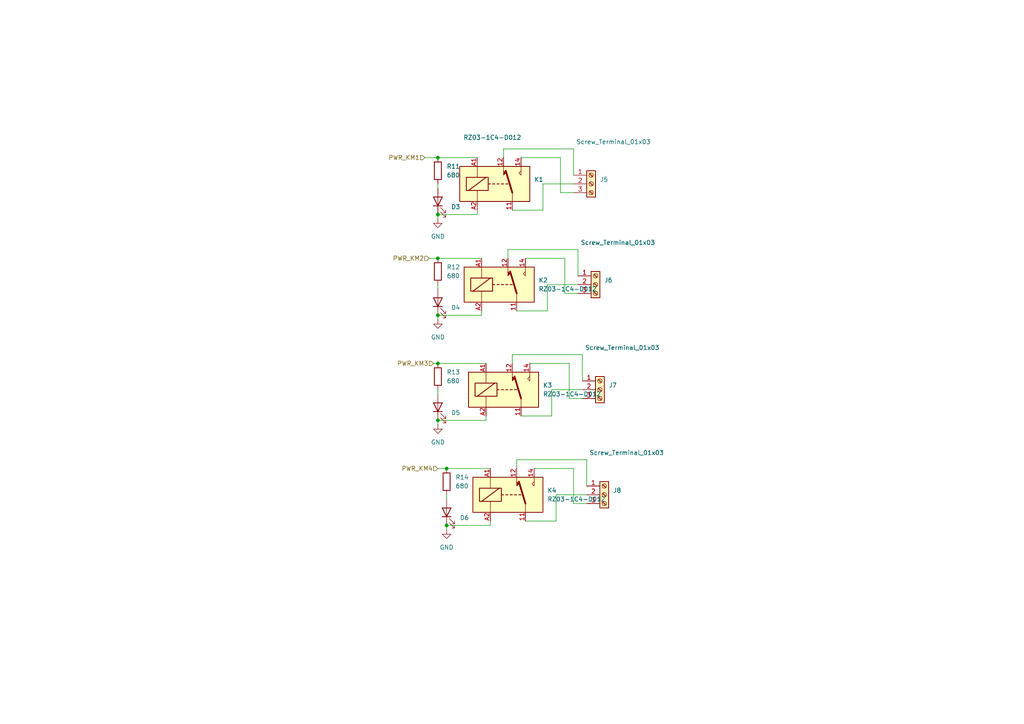
<source format=kicad_sch>
(kicad_sch (version 20250114) (generator "eeschema") (generator_version "9.0")
  (paper "A4")
  (lib_symbols
    (symbol "Connector:Screw_Terminal_01x03" (pin_names (offset 1.016) (hide yes))
      (property "Reference" "J" (at 0 5.08 0))
      (property "Value" "Screw_Terminal_01x03" (at 0 -5.08 0))
      (symbol "Screw_Terminal_01x03_1_1"
        (rectangle (start -1.27 3.81) (end 1.27 -3.81) (stroke (width 0.254)) (fill (type background)))
        (polyline (pts (xy -0.5334 2.8702) (xy 0.3302 2.032)) (stroke (width 0.1524)))
        (polyline (pts (xy -0.5334 0.3302) (xy 0.3302 -0.508)) (stroke (width 0.1524)))
        (polyline (pts (xy -0.5334 -2.2098) (xy 0.3302 -3.048)) (stroke (width 0.1524)))
        (polyline (pts (xy -0.3556 3.048) (xy 0.508 2.2098)) (stroke (width 0.1524)))
        (polyline (pts (xy -0.3556 0.508) (xy 0.508 -0.3302)) (stroke (width 0.1524)))
        (polyline (pts (xy -0.3556 -2.032) (xy 0.508 -2.8702)) (stroke (width 0.1524)))
        (circle (center 0 2.54) (radius 0.635) (stroke (width 0.1524)))
        (circle (center 0 0) (radius 0.635) (stroke (width 0.1524)))
        (circle (center 0 -2.54) (radius 0.635) (stroke (width 0.1524)))
        (pin passive line (at -5.08 2.54 0) (length 3.81) (name "Pin_1") (number "1"))
        (pin passive line (at -5.08 0 0) (length 3.81) (name "Pin_2") (number "2"))
        (pin passive line (at -5.08 -2.54 0) (length 3.81) (name "Pin_3") (number "3"))
      )
    )
    (symbol "Device:LED" (pin_numbers (hide yes)) (pin_names (offset 1.016) (hide yes))
      (property "Reference" "D" (at 0 2.54 0))
      (property "Value" "LED" (at 0 -2.54 0))
      (symbol "LED_0_1"
        (polyline (pts (xy -3.048 -0.762) (xy -4.572 -2.286) (xy -3.81 -2.286) (xy -4.572 -2.286) (xy -4.572 -1.524)))
        (polyline (pts (xy -1.778 -0.762) (xy -3.302 -2.286) (xy -2.54 -2.286) (xy -3.302 -2.286) (xy -3.302 -1.524)))
        (polyline (pts (xy -1.27 0) (xy 1.27 0)))
        (polyline (pts (xy -1.27 -1.27) (xy -1.27 1.27)) (stroke (width 0.254)))
        (polyline (pts (xy 1.27 -1.27) (xy 1.27 1.27) (xy -1.27 0) (xy 1.27 -1.27)) (stroke (width 0.254)))
      )
      (symbol "LED_1_1"
        (pin passive line (at -3.81 0 0) (length 2.54) (name "K") (number "1"))
        (pin passive line (at 3.81 0 180) (length 2.54) (name "A") (number "2"))
      )
    )
    (symbol "Device:R" (pin_numbers (hide yes)) (pin_names (offset 0))
      (property "Reference" "R" (at 2.032 0 90))
      (property "Value" "R" (at 0 0 90))
      (symbol "R_0_1"
        (rectangle (start -1.016 -2.54) (end 1.016 2.54) (stroke (width 0.254)))
      )
      (symbol "R_1_1"
        (pin passive line (at 0 3.81 270) (length 1.27) (name "~") (number "1"))
        (pin passive line (at 0 -3.81 90) (length 1.27) (name "~") (number "2"))
      )
    )
    (symbol "Relay:RT314A12"
      (property "Reference" "K" (at 11.43 3.81 0))
      (property "Value" "RT314A12" (at 11.43 1.27 0))
      (symbol "RT314A12_0_0"
        (polyline (pts (xy -2.54 1.905) (xy -7.62 -1.905)) (stroke (width 0.254)))
      )
      (symbol "RT314A12_0_1"
        (rectangle (start -10.16 5.08) (end 10.16 -5.08) (stroke (width 0.254)) (fill (type background)))
        (rectangle (start -8.255 1.905) (end -1.905 -1.905) (stroke (width 0.254)))
        (polyline (pts (xy -5.08 5.08) (xy -5.08 1.905)))
        (polyline (pts (xy -5.08 -5.08) (xy -5.08 -1.905)))
        (polyline (pts (xy -1.905 0) (xy -1.27 0)) (stroke (width 0.254)))
        (polyline (pts (xy -0.635 0) (xy 0 0)) (stroke (width 0.254)))
        (polyline (pts (xy 0.635 0) (xy 1.27 0)) (stroke (width 0.254)))
        (polyline (pts (xy 1.905 0) (xy 2.54 0)) (stroke (width 0.254)))
        (polyline (pts (xy 2.54 5.08) (xy 2.54 2.54) (xy 3.175 3.175) (xy 2.54 3.81)) (fill (type outline)))
        (polyline (pts (xy 3.175 0) (xy 3.81 0)) (stroke (width 0.254)))
        (polyline (pts (xy 5.08 -2.54) (xy 3.175 3.81)) (stroke (width 0.508)))
        (polyline (pts (xy 5.08 -2.54) (xy 5.08 -5.08)))
        (polyline (pts (xy 7.62 5.08) (xy 7.62 2.54) (xy 6.985 3.175) (xy 7.62 3.81)))
      )
      (symbol "RT314A12_1_1"
        (pin passive line (at -5.08 7.62 270) (length 2.54) (name "~") (number "A1"))
        (pin passive line (at -5.08 -7.62 90) (length 2.54) (name "~") (number "A2"))
        (pin passive line (at 2.54 7.62 270) (length 2.54) (name "~") (number "12"))
        (pin passive line (at 5.08 -7.62 90) (length 2.54) (name "~") (number "11"))
        (pin passive line (at 7.62 7.62 270) (length 2.54) (name "~") (number "14"))
      )
    )
    (symbol "power:GND" (power) (pin_numbers (hide yes)) (pin_names (offset 0) (hide yes))
      (property "Value" "GND" (at 0 -3.81 0))
      (symbol "GND_0_1"
        (polyline (pts (xy 0 0) (xy 0 -1.27) (xy 1.27 -1.27) (xy 0 -2.54) (xy -1.27 -1.27) (xy 0 -1.27)))
      )
      (symbol "GND_1_1"
        (pin power_in line (at 0 0 270) (length 0) (name "~") (number "1"))
      )
    )
  )
  (junction (at 129.54 152.4))
  (junction (at 127 74.93))
  (junction (at 129.54 135.89))
  (junction (at 127 62.23))
  (junction (at 127 121.92))
  (junction (at 127 91.44))
  (junction (at 127 45.72))
  (junction (at 127 105.41))
  (wire (pts (xy 142.24 152.4) (xy 142.24 151.13)))
  (wire (pts (xy 162.56 45.72) (xy 162.56 55.88)))
  (wire (pts (xy 166.37 53.34) (xy 157.48 53.34)))
  (wire (pts (xy 148.59 105.41) (xy 148.59 102.87)))
  (wire (pts (xy 161.29 143.51) (xy 161.29 151.13)))
  (wire (pts (xy 165.1 115.57) (xy 168.91 115.57)))
  (wire (pts (xy 127 105.41) (xy 140.97 105.41)))
  (wire (pts (xy 127 121.92) (xy 127 123.19)))
  (wire (pts (xy 146.05 45.72) (xy 146.05 43.18)))
  (wire (pts (xy 147.32 72.39) (xy 167.64 72.39)))
  (wire (pts (xy 148.59 102.87) (xy 168.91 102.87)))
  (wire (pts (xy 165.1 105.41) (xy 165.1 115.57)))
  (wire (pts (xy 127 83.82) (xy 127 82.55)))
  (wire (pts (xy 153.67 105.41) (xy 165.1 105.41)))
  (wire (pts (xy 127 91.44) (xy 127 92.71)))
  (wire (pts (xy 140.97 121.92) (xy 140.97 120.65)))
  (wire (pts (xy 129.54 152.4) (xy 142.24 152.4)))
  (wire (pts (xy 149.86 135.89) (xy 149.86 133.35)))
  (wire (pts (xy 152.4 74.93) (xy 163.83 74.93)))
  (wire (pts (xy 147.32 74.93) (xy 147.32 72.39)))
  (wire (pts (xy 125.73 105.41) (xy 127 105.41)))
  (wire (pts (xy 163.83 85.09) (xy 167.64 85.09)))
  (wire (pts (xy 129.54 135.89) (xy 142.24 135.89)))
  (wire (pts (xy 168.91 113.03) (xy 160.02 113.03)))
  (wire (pts (xy 162.56 55.88) (xy 166.37 55.88)))
  (wire (pts (xy 127 121.92) (xy 140.97 121.92)))
  (wire (pts (xy 170.18 133.35) (xy 170.18 140.97)))
  (wire (pts (xy 166.37 135.89) (xy 166.37 146.05)))
  (wire (pts (xy 158.75 82.55) (xy 158.75 90.17)))
  (wire (pts (xy 168.91 102.87) (xy 168.91 110.49)))
  (wire (pts (xy 158.75 90.17) (xy 149.86 90.17)))
  (wire (pts (xy 127 45.72) (xy 138.43 45.72)))
  (wire (pts (xy 160.02 113.03) (xy 160.02 120.65)))
  (wire (pts (xy 127 62.23) (xy 127 63.5)))
  (wire (pts (xy 167.64 82.55) (xy 158.75 82.55)))
  (wire (pts (xy 127 135.89) (xy 129.54 135.89)))
  (wire (pts (xy 160.02 120.65) (xy 151.13 120.65)))
  (wire (pts (xy 151.13 45.72) (xy 162.56 45.72)))
  (wire (pts (xy 129.54 152.4) (xy 129.54 153.67)))
  (wire (pts (xy 170.18 143.51) (xy 161.29 143.51)))
  (wire (pts (xy 138.43 62.23) (xy 138.43 60.96)))
  (wire (pts (xy 163.83 74.93) (xy 163.83 85.09)))
  (wire (pts (xy 123.19 45.72) (xy 127 45.72)))
  (wire (pts (xy 166.37 43.18) (xy 166.37 50.8)))
  (wire (pts (xy 127 54.61) (xy 127 53.34)))
  (wire (pts (xy 127 114.3) (xy 127 113.03)))
  (wire (pts (xy 166.37 146.05) (xy 170.18 146.05)))
  (wire (pts (xy 157.48 60.96) (xy 148.59 60.96)))
  (wire (pts (xy 149.86 133.35) (xy 170.18 133.35)))
  (wire (pts (xy 139.7 91.44) (xy 139.7 90.17)))
  (wire (pts (xy 127 62.23) (xy 138.43 62.23)))
  (wire (pts (xy 154.94 135.89) (xy 166.37 135.89)))
  (wire (pts (xy 127 91.44) (xy 139.7 91.44)))
  (wire (pts (xy 167.64 72.39) (xy 167.64 80.01)))
  (wire (pts (xy 127 74.93) (xy 139.7 74.93)))
  (wire (pts (xy 157.48 53.34) (xy 157.48 60.96)))
  (wire (pts (xy 146.05 43.18) (xy 166.37 43.18)))
  (wire (pts (xy 161.29 151.13) (xy 152.4 151.13)))
  (wire (pts (xy 124.46 74.93) (xy 127 74.93)))
  (wire (pts (xy 129.54 144.78) (xy 129.54 143.51)))
  (hierarchical_label "PWR_KM2" (shape input) (at 124.46 74.93 180))
  (hierarchical_label "PWR_KM1" (shape input) (at 123.19 45.72 180))
  (hierarchical_label "PWR_KM4" (shape input) (at 127 135.89 180))
  (hierarchical_label "PWR_KM3" (shape input) (at 125.73 105.41 180))
  (symbol (lib_id "Device:R") (at 129.54 139.7 0) (unit 1)
    (property "Reference" "R14" (at 132.08 138.4299 0) (effects (justify left)))
    (property "Value" "680" (at 132.08 140.9699 0) (effects (justify left)))
    (property "Footprint" "Resistor_SMD:R_0402_1005Metric" (effects (hide yes)))
    (property "Description" "Resistor" (effects (hide yes)))
  )
  (symbol (lib_id "Device:LED") (at 129.54 148.59 90) (unit 1)
    (property "Reference" "D6" (at 133.35 150.1774 90) (effects (justify right)))
    (property "Value" "LED LTST-C193TGKT-5A" (effects (hide yes)))
    (property "Footprint" "LED_SMD:LED_0603_1608Metric" (effects (hide yes)))
    (property "Description" "Light emitting diode" (effects (hide yes)))
    (property "Sim.Pins" "1=K 2=A" (effects (hide yes)))
  )
  (symbol (lib_id "Relay:RT314A12") (at 144.78 82.55 0) (unit 1)
    (property "Reference" "K2" (at 156.21 81.2799 0) (effects (justify left)))
    (property "Value" "RZ03-1C4-D012" (at 156.21 83.8199 0) (effects (justify left)))
    (property "Footprint" "Relay_THT:Relay_SPDT_Schrack-RT1-16A-FormC_RM5mm" (effects (hide yes)))
    (property "Datasheet" "https://www.tme.eu/Document/33946480a58e015e31a007188c0d0098/RZ_SERIES.PDF" (effects (hide yes)))
    (property "Description" "Schrack RT1 relay, bistable single pole dual throw, single DC coil, 12V" (effects (hide yes)))
  )
  (symbol (lib_id "Device:LED") (at 127 58.42 90) (unit 1)
    (property "Reference" "D3" (at 130.81 60.0074 90) (effects (justify right)))
    (property "Value" "LED LTST-C193TGKT-5A" (effects (hide yes)))
    (property "Footprint" "LED_SMD:LED_0603_1608Metric" (effects (hide yes)))
    (property "Description" "Light emitting diode" (effects (hide yes)))
    (property "Sim.Pins" "1=K 2=A" (effects (hide yes)))
  )
  (symbol (lib_id "power:GND") (at 127 123.19 0) (unit 1)
    (property "Reference" "#PWR033" (effects (hide yes)))
    (property "Value" "GND" (at 127 128.27 0))
    (property "Description" "Power symbol creates a global label with name \"GND\" , ground" (effects (hide yes)))
  )
  (symbol (lib_id "Device:LED") (at 127 118.11 90) (unit 1)
    (property "Reference" "D5" (at 130.81 119.6974 90) (effects (justify right)))
    (property "Value" "LED LTST-C193TGKT-5A" (effects (hide yes)))
    (property "Footprint" "LED_SMD:LED_0603_1608Metric" (effects (hide yes)))
    (property "Description" "Light emitting diode" (effects (hide yes)))
    (property "Sim.Pins" "1=K 2=A" (effects (hide yes)))
  )
  (symbol (lib_id "Device:R") (at 127 109.22 0) (unit 1)
    (property "Reference" "R13" (at 129.54 107.9499 0) (effects (justify left)))
    (property "Value" "680" (at 129.54 110.4899 0) (effects (justify left)))
    (property "Footprint" "Resistor_SMD:R_0402_1005Metric" (effects (hide yes)))
    (property "Description" "Resistor" (effects (hide yes)))
  )
  (symbol (lib_id "Device:LED") (at 127 87.63 90) (unit 1)
    (property "Reference" "D4" (at 130.81 89.2174 90) (effects (justify right)))
    (property "Value" "LED LTST-C193TGKT-5A" (effects (hide yes)))
    (property "Footprint" "LED_SMD:LED_0603_1608Metric" (effects (hide yes)))
    (property "Description" "Light emitting diode" (effects (hide yes)))
    (property "Sim.Pins" "1=K 2=A" (effects (hide yes)))
  )
  (symbol (lib_id "Relay:RT314A12") (at 147.32 143.51 0) (unit 1)
    (property "Reference" "K4" (at 158.75 142.2399 0) (effects (justify left)))
    (property "Value" "RZ03-1C4-D012" (at 158.75 144.7799 0) (effects (justify left)))
    (property "Footprint" "Relay_THT:Relay_SPDT_Schrack-RT1-16A-FormC_RM5mm" (effects (hide yes)))
    (property "Datasheet" "https://www.tme.eu/Document/33946480a58e015e31a007188c0d0098/RZ_SERIES.PDF" (effects (hide yes)))
    (property "Description" "Schrack RT1 relay, bistable single pole dual throw, single DC coil, 12V" (effects (hide yes)))
  )
  (symbol (lib_id "power:GND") (at 127 63.5 0) (unit 1)
    (property "Reference" "#PWR031" (effects (hide yes)))
    (property "Value" "GND" (at 127 68.58 0))
    (property "Description" "Power symbol creates a global label with name \"GND\" , ground" (effects (hide yes)))
  )
  (symbol (lib_id "Device:R") (at 127 49.53 0) (unit 1)
    (property "Reference" "R11" (at 129.54 48.2599 0) (effects (justify left)))
    (property "Value" "680" (at 129.54 50.7999 0) (effects (justify left)))
    (property "Footprint" "Resistor_SMD:R_0402_1005Metric" (effects (hide yes)))
    (property "Description" "Resistor" (effects (hide yes)))
  )
  (symbol (lib_id "Device:R") (at 127 78.74 0) (unit 1)
    (property "Reference" "R12" (at 129.54 77.4699 0) (effects (justify left)))
    (property "Value" "680" (at 129.54 80.0099 0) (effects (justify left)))
    (property "Footprint" "Resistor_SMD:R_0402_1005Metric" (effects (hide yes)))
    (property "Description" "Resistor" (effects (hide yes)))
  )
  (symbol (lib_id "power:GND") (at 129.54 153.67 0) (unit 1)
    (property "Reference" "#PWR034" (effects (hide yes)))
    (property "Value" "GND" (at 129.54 158.75 0))
    (property "Description" "Power symbol creates a global label with name \"GND\" , ground" (effects (hide yes)))
  )
  (symbol (lib_id "power:GND") (at 127 92.71 0) (unit 1)
    (property "Reference" "#PWR032" (effects (hide yes)))
    (property "Value" "GND" (at 127 97.79 0))
    (property "Description" "Power symbol creates a global label with name \"GND\" , ground" (effects (hide yes)))
  )
  (symbol (lib_id "Relay:RT314A12") (at 146.05 113.03 0) (unit 1)
    (property "Reference" "K3" (at 157.48 111.7599 0) (effects (justify left)))
    (property "Value" "RZ03-1C4-D012" (at 157.48 114.2999 0) (effects (justify left)))
    (property "Footprint" "Relay_THT:Relay_SPDT_Schrack-RT1-16A-FormC_RM5mm" (effects (hide yes)))
    (property "Datasheet" "https://www.tme.eu/Document/33946480a58e015e31a007188c0d0098/RZ_SERIES.PDF" (effects (hide yes)))
    (property "Description" "Schrack RT1 relay, bistable single pole dual throw, single DC coil, 12V" (effects (hide yes)))
  )
  (symbol (lib_id "Connector:Screw_Terminal_01x03") (at 175.26 143.51 0) (unit 1)
    (property "Reference" "J8" (at 177.8 142.2399 0) (effects (justify left)))
    (property "Value" "Screw_Terminal_01x03" (at 170.942 131.318 0) (effects (justify left)))
    (property "Footprint" "Connector_Phoenix_MC:PhoenixContact_MCV_1,5_3-G-3.5_1x03_P3.50mm_Vertical" (effects (hide yes)))
    (property "Description" "Generic screw terminal, single row, 01x03, script generated (kicad-library-utils/schlib/autogen/connector/)" (effects (hide yes)))
  )
  (symbol (lib_id "Connector:Screw_Terminal_01x03") (at 172.72 82.55 0) (unit 1)
    (property "Reference" "J6" (at 175.26 81.2799 0) (effects (justify left)))
    (property "Value" "Screw_Terminal_01x03" (at 168.402 70.358 0) (effects (justify left)))
    (property "Footprint" "Connector_Phoenix_MC:PhoenixContact_MCV_1,5_3-G-3.5_1x03_P3.50mm_Vertical" (effects (hide yes)))
    (property "Description" "Generic screw terminal, single row, 01x03, script generated (kicad-library-utils/schlib/autogen/connector/)" (effects (hide yes)))
  )
  (symbol (lib_id "Connector:Screw_Terminal_01x03") (at 171.45 53.34 0) (unit 1)
    (property "Reference" "J5" (at 173.99 52.0699 0) (effects (justify left)))
    (property "Value" "Screw_Terminal_01x03" (at 167.132 41.148 0) (effects (justify left)))
    (property "Footprint" "Connector_Phoenix_MC:PhoenixContact_MCV_1,5_3-G-3.5_1x03_P3.50mm_Vertical" (effects (hide yes)))
    (property "Description" "Generic screw terminal, single row, 01x03, script generated (kicad-library-utils/schlib/autogen/connector/)" (effects (hide yes)))
  )
  (symbol (lib_id "Connector:Screw_Terminal_01x03") (at 173.99 113.03 0) (unit 1)
    (property "Reference" "J7" (at 176.53 111.7599 0) (effects (justify left)))
    (property "Value" "Screw_Terminal_01x03" (at 169.672 100.838 0) (effects (justify left)))
    (property "Footprint" "Connector_Phoenix_MC:PhoenixContact_MCV_1,5_3-G-3.5_1x03_P3.50mm_Vertical" (effects (hide yes)))
    (property "Description" "Generic screw terminal, single row, 01x03, script generated (kicad-library-utils/schlib/autogen/connector/)" (effects (hide yes)))
  )
  (symbol (lib_id "Relay:RT314A12") (at 143.51 53.34 0) (unit 1)
    (property "Reference" "K1" (at 154.94 52.0699 0) (effects (justify left)))
    (property "Value" "RZ03-1C4-D012" (at 134.366 39.878 0) (effects (justify left)))
    (property "Footprint" "Relay_THT:Relay_SPDT_Schrack-RT1-16A-FormC_RM5mm" (effects (hide yes)))
    (property "Datasheet" "https://www.tme.eu/Document/33946480a58e015e31a007188c0d0098/RZ_SERIES.PDF" (effects (hide yes)))
    (property "Description" "Schrack RT1 relay, bistable single pole dual throw, single DC coil, 12V" (effects (hide yes)))
  )
)
</source>
